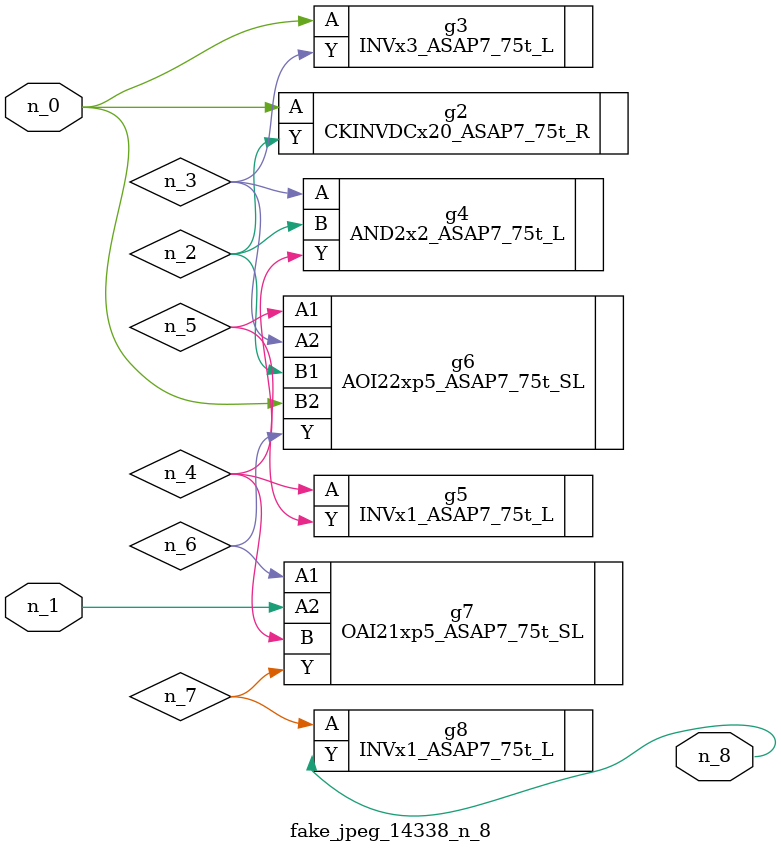
<source format=v>
module fake_jpeg_14338_n_8 (n_0, n_1, n_8);

input n_0;
input n_1;

output n_8;

wire n_2;
wire n_3;
wire n_4;
wire n_6;
wire n_5;
wire n_7;

CKINVDCx20_ASAP7_75t_R g2 ( 
.A(n_0),
.Y(n_2)
);

INVx3_ASAP7_75t_L g3 ( 
.A(n_0),
.Y(n_3)
);

AND2x2_ASAP7_75t_L g4 ( 
.A(n_3),
.B(n_2),
.Y(n_4)
);

INVx1_ASAP7_75t_L g5 ( 
.A(n_4),
.Y(n_5)
);

AOI22xp5_ASAP7_75t_SL g6 ( 
.A1(n_5),
.A2(n_3),
.B1(n_2),
.B2(n_0),
.Y(n_6)
);

OAI21xp5_ASAP7_75t_SL g7 ( 
.A1(n_6),
.A2(n_1),
.B(n_4),
.Y(n_7)
);

INVx1_ASAP7_75t_L g8 ( 
.A(n_7),
.Y(n_8)
);


endmodule
</source>
